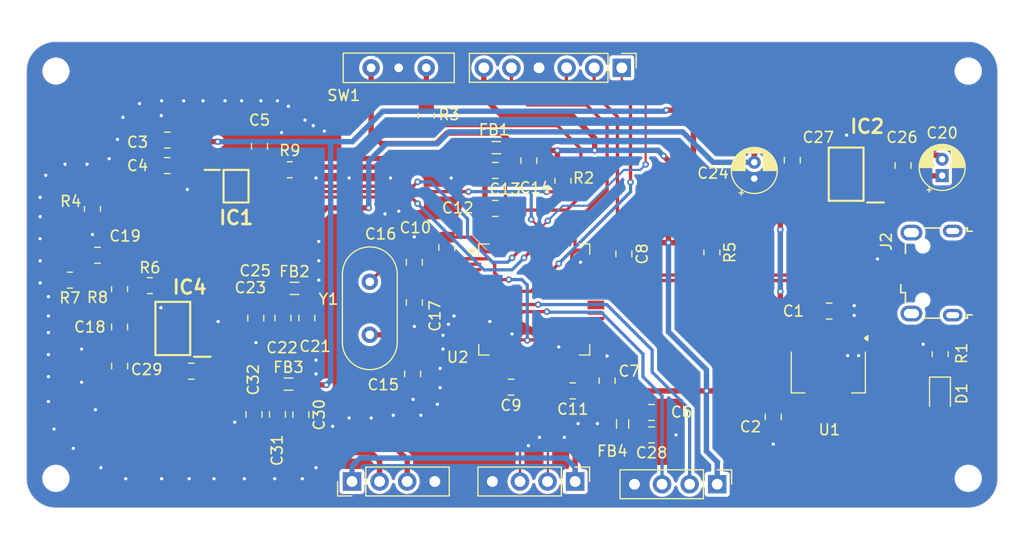
<source format=kicad_pcb>
(kicad_pcb (version 20240108) (generator "pcbnew") (generator_version "8.0")
  (layers (0 "F.Cu" signal) (31 "B.Cu" power) (34 "B.Paste" user) (35 "F.Paste" user) (36 "B.SilkS" user "B.Silkscreen") (37 "F.SilkS" user "F.Silkscreen") (38 "B.Mask" user) (39 "F.Mask" user) (44 "Edge.Cuts" user))
  (net 0 "")
  (net 1 "GND")
  (net 2 "VBUS")
  (net 3 "+3.3V")
  (net 4 "+3.3VA")
  (net 5 "/NRST")
  (net 6 "/RCC_OSC_IN")
  (net 7 "/RCC_OSC_OUT")
  (net 8 "Net-(IC4-INPUTS_2_2)")
  (net 9 "/DAC_OUT_FILTERED")
  (net 10 "Net-(C19-Pad1)")
  (net 11 "Net-(IC2-CAP+)")
  (net 12 "Net-(IC2-CAP-)")
  (net 13 "VBUS_M")
  (net 14 "VBUS_MF")
  (net 15 "/PWR_LED_K")
  (net 16 "/SPI1_NSS")
  (net 17 "/DAC_OUT")
  (net 18 "/SPI1_SCK")
  (net 20 "Net-(IC1-SPI2C)")
  (net 22 "/SPI1_MOSI")
  (net 25 "/USART2_RX")
  (net 26 "/USART2_TX")
  (net 28 "/USB_OTG_FS_D+")
  (net 33 "/USB_OTG_FS_D-")
  (net 34 "/ADC1_IN5")
  (net 35 "/ADC1_IN4")
  (net 36 "Net-(IC4-INPUTS_1_1)")
  (net 37 "/SYS_JTDO_SWO")
  (net 38 "/SYS_JTCK_SWCLK")
  (net 39 "/SYS_JTMS_SWDIO")
  (net 40 "Net-(U2-BOOT0)")
  (net 75 "/SPI1_MISO")
  (net 79 "VBUS_PF")
  (net 80 "+3.3V_F")
  (net 81 "Net-(IC1-VREFIO)")
  (net 82 "Net-(SW1-B)")
  (net 83 "Net-(C18-Pad2)")
  (footprint "Crystal:Crystal_HC49-U_Vertical" (layer "F.Cu") (at 128.9 79.4 -90)
    (property "Reference" "Y1")
    (property "Value" "Crystal")
  )
  (footprint "Connector_PinHeader_2.54mm:PinHeader_1x04_P2.54mm_Vertical" (layer "F.Cu") (at 127.264 97.79 90)
    (property "Reference" "J5" (hide yes))
    (property "Value" "Conn_01x04_Pin")
  )
  (footprint "Capacitor_SMD:C_0805_2012Metric" (layer "F.Cu") (at 118.24 91.6165 -90)
    (property "Reference" "C32")
    (property "Value" "10n")
  )
  (footprint "Connector_USB:USB_Micro-B_Wuerth_629105150521" (layer "F.Cu") (at 180.62 78.6 90)
    (property "Reference" "J2")
    (property "Value" "USB_B_Micro")
  )
  (footprint "Resistor_SMD:R_0805_2012Metric" (layer "F.Cu") (at 103.364 72.6875 -90)
    (property "Reference" "R4")
    (property "Value" "10k")
  )
  (footprint "Button_Switch_THT:SW_Slide-03_Wuerth-WS-SLTV_10x2.5x6.4_P2.54mm" (layer "F.Cu") (at 131.56 59.7 180)
    (property "Reference" "SW1")
    (property "Value" "SW_SPDT")
  )
  (footprint "Capacitor_SMD:C_0805_2012Metric" (layer "F.Cu") (at 166.05 91.85 -90)
    (property "Reference" "C2")
    (property "Value" "22u")
  )
  (footprint "Resistor_SMD:R_0805_2012Metric" (layer "F.Cu") (at 101.29 79.248)
    (property "Reference" "R7")
    (property "Value" "3k3")
  )
  (footprint "Capacitor_SMD:C_0805_2012Metric" (layer "F.Cu") (at 154.846857 93.5)
    (property "Reference" "C28")
    (property "Value" "1u")
  )
  (footprint "Capacitor_SMD:C_0805_2012Metric" (layer "F.Cu") (at 147.5948 89.447399 180)
    (property "Reference" "C11")
    (property "Value" "100n")
  )
  (footprint "Capacitor_SMD:C_0805_2012Metric" (layer "F.Cu") (at 141.9 89.1 180)
    (property "Reference" "C9")
    (property "Value" "100n")
  )
  (footprint "Capacitor_SMD:C_0805_2012Metric" (layer "F.Cu") (at 120.399 91.6165 -90)
    (property "Reference" "C31")
    (property "Value" "1u")
  )
  (footprint "Capacitor_SMD:C_0805_2012Metric" (layer "F.Cu") (at 140.4434 72.647399)
    (property "Reference" "C12")
    (property "Value" "10n")
  )
  (footprint "Connector_PinHeader_2.54mm:PinHeader_1x06_P2.54mm_Vertical" (layer "F.Cu") (at 152.1 59.7 -90)
    (property "Reference" "J4")
    (property "Value" "Conn_01x06_Pin")
  )
  (footprint "Resistor_SMD:R_0805_2012Metric" (layer "F.Cu") (at 160.4 76.7 -90)
    (property "Reference" "R5")
    (property "Value" "1k5")
  )
  (footprint "Capacitor_THT:CP_Radial_D4.0mm_P1.50mm" (layer "F.Cu") (at 181.6 69.6226 90)
    (property "Reference" "C20")
    (property "Value" "150u")
  )
  (footprint "Capacitor_SMD:C_0805_2012Metric" (layer "F.Cu") (at 154.846857 91.4375)
    (property "Reference" "C6")
    (property "Value" "1u")
  )
  (footprint "Package_QFP:LQFP-64_10x10mm_P0.5mm" (layer "F.Cu") (at 144.0434 81.035)
    (property "Reference" "U2")
    (property "Value" "STM32F401RCT6")
  )
  (footprint "Capacitor_SMD:C_0805_2012Metric" (layer "F.Cu") (at 150.749 88.519 90)
    (property "Reference" "C7")
    (property "Value" "10u")
  )
  (footprint "Resistor_SMD:R_0805_2012Metric" (layer "F.Cu") (at 146.685 70.104 -90)
    (property "Reference" "R2")
    (property "Value" "10k")
  )
  (footprint "Capacitor_SMD:C_0805_2012Metric" (layer "F.Cu") (at 112.466 87.63)
    (property "Reference" "C25")
    (property "Value" "100n")
  )
  (footprint "Capacitor_SMD:C_0805_2012Metric" (layer "F.Cu") (at 105.862 83.566 -90)
    (property "Reference" "C18")
    (property "Value" "1n")
  )
  (footprint "Capacitor_SMD:C_0805_2012Metric" (layer "F.Cu") (at 123.103 82.738 -90)
    (property "Reference" "C21")
    (property "Value" "1u")
  )
  (footprint "Connector_PinHeader_2.54mm:PinHeader_1x04_P2.54mm_Vertical" (layer "F.Cu") (at 147.808 97.79 -90)
    (property "Reference" "J3" (hide yes))
    (property "Value" "Conn_01x04_Pin")
  )
  (footprint "Capacitor_SMD:C_0805_2012Metric" (layer "F.Cu") (at 120.904 82.743 -90)
    (property "Reference" "C22")
    (property "Value" "1u")
  )
  (footprint "Capacitor_SMD:C_0805_2012Metric" (layer "F.Cu") (at 118.404 82.743 -90)
    (property "Reference" "C23")
    (property "Value" "10n")
  )
  (footprint "Capacitor_SMD:C_0805_2012Metric" (layer "F.Cu") (at 105.8672 87.1576 -90)
    (property "Reference" "C29")
    (property "Value" "1n")
  )
  (footprint "Capacitor_SMD:C_0805_2012Metric" (layer "F.Cu") (at 103.83 76.962 180)
    (property "Reference" "C19")
    (property "Value" "1n")
  )
  (footprint "MountingHole:MountingHole_2mm" (layer "F.Cu") (at 100 97.5)
    (property "Reference" "H3")
    (property "Value" "MountingHole")
  )
  (footprint "Inductor_SMD:L_0805_2012Metric" (layer "F.Cu") (at 121.415 88.8225)
    (property "Reference" "FB3")
    (property "Value" "120R")
  )
  (footprint "Resistor_SMD:R_0805_2012Metric" (layer "F.Cu") (at 121.539 69.088 180)
    (property "Reference" "R9")
    (property "Value" "1k")
  )
  (footprint "Capacitor_SMD:C_0805_2012Metric" (layer "F.Cu") (at 133 77.6 90)
    (property "Reference" "C16")
    (property "Value" "10p")
  )
  (footprint "LED_SMD:LED_0805_2012Metric" (layer "F.Cu") (at 181.4 89.8625 -90)
    (property "Reference" "D1")
    (property "Value" "LED")
  )
  (footprint "MountingHole:MountingHole_2mm" (layer "F.Cu") (at 100 60)
    (property "Reference" "H1")
    (property "Value" "MountingHole")
  )
  (footprint "SamacSys_Parts:SOIC127P600X175-8N" (layer "F.Cu") (at 172.759 69.495 180)
    (property "Reference" "IC2")
    (property "Value" "MAX660MX_NOPB" (hide yes))
  )
  (footprint "Capacitor_SMD:C_0805_2012Metric" (layer "F.Cu") (at 178 68.7 90)
    (property "Reference" "C26")
    (property "Value" "1u")
  )
  (footprint "Inductor_SMD:L_0805_2012Metric" (layer "F.Cu") (at 152.179857 92.484 90)
    (property "Reference" "FB4")
    (property "Value" "120R")
  )
  (footprint "Inductor_SMD:L_0805_2012Metric" (layer "F.Cu") (at 121.96 80.01)
    (property "Reference" "FB2")
    (property "Value" "120R")
  )
  (footprint "Capacitor_SMD:C_0805_2012Metric" (layer "F.Cu") (at 167.8 68.2 -90)
    (property "Reference" "C27")
    (property "Value" "1u")
  )
  (footprint "Capacitor_SMD:C_0805_2012Metric" (layer "F.Cu") (at 135.9948 76.247399 90)
    (property "Reference" "C10")
    (property "Value" "100n")
  )
  (footprint "Package_TO_SOT_SMD:SOT-223-3_TabPin2" (layer "F.Cu") (at 171.12 87.725 -90)
    (property "Reference" "U1")
    (property "Value" "AMS1117-3.3")
  )
  (footprint "Resistor_SMD:R_0805_2012Metric" (layer "F.Cu") (at 108.656 79.756)
    (property "Reference" "R6")
    (property "Value" "3k3")
  )
  (footprint "Capacitor_SMD:C_0805_2012Metric" (layer "F.Cu") (at 118.745 66.929 90)
    (property "Reference" "C5")
    (property "Value" "330n")
  )
  (footprint "Capacitor_SMD:C_0805_2012Metric" (layer "F.Cu") (at 132.842 87.884 -90)
    (property "Reference" "C15")
    (property "Value" "100n")
  )
  (footprint "Capacitor_SMD:C_0805_2012Metric" (layer "F.Cu") (at 171.2 82.1)
    (property "Reference" "C1")
    (property "Value" "22u")
  )
  (footprint "Resistor_SMD:R_0805_2012Metric" (layer "F.Cu") (at 134.1 64.1125 -90)
    (property "Reference" "R3")
    (property "Value" "10k")
  )
  (footprint "Capacitor_SMD:C_0805_2012Metric" (layer "F.Cu") (at 122.555 91.642 -90)
    (property "Reference" "C30")
    (property "Value" "1u")
  )
  (footprint "Capacitor_SMD:C_0805_2012Metric" (layer "F.Cu") (at 133 81.3 -90)
    (property "Reference" "C17")
    (property "Value" "10p")
  )
  (footprint "MountingHole:MountingHole_2mm" (layer "F.Cu") (at 184 97.5)
    (property "Reference" "H4")
    (property "Value" "MountingHole")
  )
  (footprint "MountingHole:MountingHole_2mm" (layer "F.Cu") (at 184 60)
    (property "Reference" "H2")
    (property "Value" "MountingHole")
  )
  (footprint "Capacitor_SMD:C_0805_2012Metric" (layer "F.Cu") (at 110.25 68.707 180)
    (property "Reference" "C4")
    (property "Value" "100n")
  )
  (footprint "Connector_PinHeader_2.54mm:PinHeader_1x04_P2.54mm_Vertical" (layer "F.Cu") (at 160.889 98.044 -90)
    (property "Reference" "J1")
    (property "Value" "Conn_01x04_Pin")
  )
  (footprint "SamacSys_Parts:SOP50P490X110-10N" (layer "F.Cu") (at 116.586 70.6)
    (property "Reference" "IC1")
    (property "Value" "DAC80501ZDGST" (hide yes))
  )
  (footprint "Inductor_SMD:L_0805_2012Metric" (layer "F.Cu") (at 140.55 67.05)
    (property "Reference" "FB1")
    (property "Value" "120R")
  )
  (footprint "Capacitor_SMD:C_0805_2012Metric" (layer "F.Cu") (at 140.45 69.15)
    (property "Reference" "C13")
    (property "Value" "1u")
  )
  (footprint "Resistor_SMD:R_0805_2012Metric" (layer "F.Cu") (at 181.42 86.0625 90)
    (property "Reference" "R1")
    (property "Value" "1k5")
  )
  (footprint "Resistor_SMD:R_0805_2012Metric" (layer "F.Cu") (at 105.862 80.08 -90)
    (property "Reference" "R8")
    (property "Value" "1k6")
  )
  (footprint "Capacitor_SMD:C_0805_2012Metric" (layer "F.Cu") (at 110.25 66.357 180)
    (property "Reference" "C3")
    (property "Value" "10u")
  )
  (footprint "Capacitor_SMD:C_0805_2012Metric" (layer "F.Cu") (at 152.2948 76.835 -90)
    (property "Reference" "C8")
    (property "Value" "100n")
  )
  (footprint "Capacitor_THT:CP_Radial_D4.0mm_P1.50mm" (layer "F.Cu") (at 164.3 69.9 90)
    (property "Reference" "C24")
    (property "Value" "150u")
  )
  (footprint "SamacSys_Parts:SOIC127P600X175-8N" (layer "F.Cu") (at 110.764 83.7 180)
    (property "Reference" "IC4")
    (property "Value" "MC33202DR2G" (hide yes))
  )
  (footprint "Capacitor_SMD:C_0805_2012Metric" (layer "F.Cu") (at 143.55 68.25 -90)
    (property "Reference" "C14")
    (property "Value" "1u")
  )
  (gr_arc (start 97.3 60) (mid 98.090812 58.090812) (end 100 57.3) (stroke (width 0.05)) (layer "Edge.Cuts"))
  (gr_arc (start 186.7 97.5) (mid 185.909188 99.409188) (end 184 100.2) (stroke (width 0.05)) (layer "Edge.Cuts"))
  (gr_line (start 184 100.2) (end 100 100.2) (stroke (width 0.05)) (layer "Edge.Cuts"))
  (gr_line (start 97.3 60) (end 97.298149 97.5) (stroke (width 0.05)) (layer "Edge.Cuts"))
  (gr_arc (start 100 100.201851) (mid 98.089503 99.410497) (end 97.298149 97.5) (stroke (width 0.05)) (layer "Edge.Cuts"))
  (gr_line (start 186.7 60) (end 186.7 97.5) (stroke (width 0.05)) (layer "Edge.Cuts"))
  (gr_line (start 100 57.3) (end 184 57.3) (stroke (width 0.05)) (layer "Edge.Cuts"))
  (gr_arc (start 184 57.3) (mid 185.909188 58.090812) (end 186.7 60) (stroke (width 0.05)) (layer "Edge.Cuts"))
  (segment (start 120.399 92.5665) (end 122.5295 92.5665) (width 0.5) (layer "F.Cu") (net 1))
  (segment (start 155.796857 93.5) (end 157.1 93.5) (width 0.5) (layer "F.Cu") (net 1))
  (segment (start 123.098 83.693) (end 123.103 83.688) (width 0.5) (layer "F.Cu") (net 1))
  (segment (start 148.485 77.785) (end 148.3 77.6) (width 0.3) (layer "F.Cu") (net 1))
  (segment (start 118.404 83.693) (end 120.904 83.693) (width 0.5) (layer "F.Cu") (net 1))
  (segment (start 141.678106 84.2) (end 140.7934 85.084706) (width 0.3) (layer "F.Cu") (net 1))
  (segment (start 118.745 65.979) (end 120.457 65.979) (width 0.5) (layer "F.Cu") (net 1))
  (segment (start 102.88 77.47) (end 102.88 76.388) (width 0.3) (layer "F.Cu") (net 1))
  (segment (start 150.749 87.569) (end 150.749 86.233) (width 0.5) (layer "F.Cu") (net 1))
  (segment (start 133 75.271749) (end 132.9931 75.264849) (width 0.3) (layer "F.Cu") (net 1))
  (segment (start 103.364 73.6) (end 103.364 75.05) (width 0.5) (layer "F.Cu") (net 1))
  (segment (start 109.664 81.788) (end 108.059 81.788) (width 0.5) (layer "F.Cu") (net 1))
  (segment (start 135.9948 75.297399) (end 133.02565 75.297399) (width 0.3) (layer "F.Cu") (net 1))
  (segment (start 139.5948 76.647399) (end 140.3948 76.647399) (width 0.3) (layer "F.Cu") (net 1))
  (segment (start 140.7934 85.084706) (end 140.7934 86.71) (width 0.3) (layer "F.Cu") (net 1))
  (segment (start 178.72 77.3) (end 175.65 77.3) (width 0.3) (layer "F.Cu") (net 1))
  (segment (start 102.88 76.388) (end 103.364 75.904) (width 0.3) (layer "F.Cu") (net 1))
  (segment (start 149.7184 77.785) (end 152.1434 77.785) (width 0.3) (layer "F.Cu") (net 1))
  (segment (start 179.85 85.15) (end 181.42 85.15) (width 0.5) (layer "F.Cu") (net 1))
  (segment (start 155.8 95.2) (end 155.796857 95.196857) (width 0.5) (layer "F.Cu") (net 1))
  (segment (start 155.796857 91.4375) (end 155.796857 93.5) (width 0.5) (layer "F.Cu") (net 1))
  (segment (start 139.446 96.266) (end 140.188 97.008) (width 0.3) (layer "F.Cu") (net 1))
  (segment (start 149.7184 77.785) (end 148.485 77.785) (width 0.3) (layer "F.Cu") (net 1))
  (segment (start 170.048 68.86) (end 172.8 68.86) (width 0.5) (layer "F.Cu") (net 1))
  (segment (start 140.3948 76.647399) (end 140.7934 76.248799) (width 0.3) (layer "F.Cu") (net 1))
  (segment (start 140.7934 75.36) (end 140.7934 73.247399) (width 0.3) (layer "F.Cu") (net 1))
  (segment (start 153.269 96.031) (end 153.8 95.5) (width 0.5) (layer "F.Cu") (net 1))
  (segment (start 155.5 95.5) (end 155.8 95.2) (width 0.5) (layer "F.Cu") (net 1))
  (segment (start 140.188 97.008) (end 140.188 97.79) (width 0.3) (layer "F.Cu") (net 1))
  (segment (start 103.364 75.904) (end 103.364 75.05) (width 0.3) (layer "F.Cu") (net 1))
  (segment (start 164.3 69.9) (end 167.05 69.9) (width 0.5) (layer "F.Cu") (net 1))
  (segment (start 118.404 83.693) (end 118.404 84.99741) (width 0.5) (layer "F.Cu") (net 1))
  (segment (start 133 83.507022) (end 133.004533 83.511555) (width 0.3) (layer "F.Cu") (net 1))
  (segment (start 140.7934 86.71) (end 140.7934 88.9434) (width 0.3) (layer "F.Cu") (net 1))
  (segment (start 138.3684 82.785) (end 137.49028 82.785) (width 0.3) (layer "F.Cu") (net 1))
  (segment (start 136.398 93.218) (end 136.398 96.266) (width 0.3) (layer "F.Cu") (net 1))
  (segment (start 146.86152 85.4) (end 147.2934 85.83188) (width 0.3) (layer "F.Cu") (net 1))
  (segment (start 147.2934 86.71) (end 147.2934 87.764829) (width 0.3) (layer "F.Cu") (net 1))
  (segment (start 138.2448 75.297399) (end 139.5948 76.647399) (width 0.3) (layer "F.Cu") (net 1))
  (segment (start 155.796857 95.196857) (end 155.796857 93.5) (width 0.5) (layer "F.Cu") (net 1))
  (segment (start 120.457 65.979) (end 120.777 65.659) (width 0.5) (layer "F.Cu") (net 1))
  (segment (start 147.2934 85.83188) (end 147.2934 86.71) (width 0.3) (layer "F.Cu") (net 1))
  (segment (start 122.5295 92.5665) (end 122.555 92.592) (width 0.5) (layer "F.Cu") (net 1))
  (segment (start 140.7934 76.248799) (end 140.7934 75.36) (width 0.3) (layer "F.Cu") (net 1))
  (segment (start 141.3934 72.647399) (end 141.3934 69.1566) (width 0.3) (layer "F.Cu") (net 1))
  (segment (start 114.935 83.058) (end 113.483 83.058) (width 0.5) (layer "F.Cu") (net 1))
  (segment (start 118.24 92.5665) (end 120.399 92.5665) (width 0.5) (layer "F.Cu") (net 1))
  (segment (start 172.8 68.86) (end 172.8 65.9) (width 0.5) (layer "F.Cu") (net 1))
  (segment (start 141.3934 69.1566) (end 141.4 69.15) (width 0.3) (layer "F.Cu") (net 1))
  (segment (start 167.8 69.15) (end 168.09 68.86) (width 0.5) (layer "F.Cu") (net 1))
  (segment (start 118.404 84.99741) (end 118.411992 85.005402) (width 0.5) (layer "F.Cu") (net 1))
  (segment (start 175.47 68.86) (end 172.8 68.86) (width 0.5) (layer "F.Cu") (net 1))
  (segment (start 133 76.65) (end 133 75.271749) (width 0.3) (layer "F.Cu") (net 1))
  (segment (start 136.398 96.276) (end 136.398 93.218) (width 0.3) (layer "F.Cu") (net 1))
  (segment (start 132.842 88.834) (end 132.842 90.178616) (width 0.3) (layer "F.Cu") (net 1))
  (segment (start 136.398 83.87728) (end 136.398 93.218) (width 0.3) (layer "F.Cu") (net 1))
  (segment (start 109.3 66.357) (end 109.3 64.507) (width 0.5) (layer "F.Cu") (net 1))
  (segment (start 135.9948 75.297399) (end 138.2448 75.297399) (width 0.3) (layer "F.Cu") (net 1))
  (segment (start 120.904 83.693) (end 123.098 83.693) (width 0.5) (layer "F.Cu") (net 1))
  (segment (start 114.386 71.1) (end 112.3 71.1) (width 0.3) (layer "F.Cu") (net 1))
  (segment (start 147.2934 87.764829) (end 146.6448 88.413429) (width 0.3) (layer "F.Cu") (net 1))
  (segment (start 141.4 69.15) (end 143.5 69.15) (width 0.5) (layer "F.Cu") (net 1))
  (segment (start 133 82.25) (end 133 83.507022) (width 0.3) (layer "F.Cu") (net 1))
  (segment (start 146.6448 88.413429) (end 146.6448 89.035) (width 0.3) (layer "F.Cu") (net 1))
  (segment (start 168.09 68.86) (end 170.048 68.86) (width 0.5) (layer "F.Cu") (net 1))
  (segment (start 142 84.2) (end 141.678106 84.2) (width 0.3) (layer "F.Cu") (net 1))
  (segment (start 166.05 92.8) (end 166.05 94.35) (width 0.5) (layer "F.Cu") (net 1))
  (segment (start 118.24 92.5665) (end 116.6965 92.5665) (width 0.5) (layer "F.Cu") (net 1))
  (segment (start 140.7934 73.247399) (end 141.3934 72.647399) (width 0.3) (layer "F.Cu") (net 1))
  (segment (start 146.3 85.4) (end 146.86152 85.4) (width 0.3) (layer "F.Cu") (net 1))
  (segment (start 153.8 95.5) (end 155.5 95.5) (width 0.5) (layer "F.Cu") (net 1))
  (segment (start 136.398 96.266) (end 139.446 96.266) (width 0.3) (layer "F.Cu") (net 1))
  (segment (start 140.7934 88.9434) (end 140.95 89.1) (width 0.3) (layer "F.Cu") (net 1))
  (segment (start 167.05 69.9) (end 167.8 69.15) (width 0.5) (layer "F.Cu") (net 1))
  (segment (start 153.269 98.044) (end 153.269 96.031) (width 0.5) (layer "F.Cu") (net 1))
  (segment (start 137.49028 82.785) (end 136.398 83.87728) (width 0.3) (layer "F.Cu") (net 1))
  (segment (start 132.842 90.178616) (end 132.890733 90.227349) (width 0.3) (layer "F.Cu") (net 1))
  (segment (start 133.02565 75.297399) (end 132.9931 75.264849) (width 0.3) (layer "F.Cu") (net 1))
  (segment (start 113.483 83.058) (end 113.476 83.065) (width 0.5) (layer "F.Cu") (net 1))
  (segment (start 116.6965 92.5665) (end 116.459 92.329) (width 0.5) (layer "F.Cu") (net 1))
  (segment (start 134.884 97.79) (end 136.398 96.276) (width 0.3) (layer "F.Cu") (net 1))
  (segment (start 143.5 69.15) (end 143.55 69.2) (width 0.5) (layer "F.Cu") (net 1))
  (segment (start 112.3 71.1) (end 112.1 70.9) (width 0.3) (layer "F.Cu") (net 1))
  (segment (start 109.3 68.707) (end 109.3 66.357) (width 0.5) (layer "F.Cu") (net 1))
  (segment (start 109.3 64.507) (end 109.65 64.157) (width 0.5) (layer "F.Cu") (net 1))
  (segment (start 108.059 81.788) (end 108.052 81.795) (width 0.5) (layer "F.Cu") (net 1))
  (via (at 150.749 86.233) (size 0.6) (drill 0.3) (layers "F.Cu" "B.Cu") (net 1))
  (via (at 175.65 77.3) (size 0.6) (drill 0.3) (layers "F.Cu" "B.Cu") (net 1))
  (via (at 113.538 62.738) (size 0.6) (drill 0.3) (layers "F.Cu" "B.Cu") (net 1))
  (via (at 133.604 91.694) (size 0.6) (drill 0.3) (layers "F.Cu" "B.Cu") (net 1))
  (via (at 146.812 93.726) (size 0.6) (drill 0.3) (layers "F.Cu" "B.Cu") (net 1))
  (via (at 122.936 64.516) (size 0.6) (drill 0.3) (layers "F.Cu" "B.Cu") (net 1))
  (via (at 124.206 79.248) (size 0.6) (drill 0.3) (layers "F.Cu" "B.Cu") (net 1))
  (via (at 130.81 69.85) (size 0.6) (drill 0.3) (layers "F.Cu" "B.Cu") (net 1))
  (via (at 173.5 82.5) (size 0.6) (drill 0.3) (layers "F.Cu" "B.Cu") (net 1))
  (via (at 98.552 73.406) (size 0.6) (drill 0.3) (layers "F.Cu" "B.Cu") (net 1))
  (via (at 124.206 75.692) (size 0.6) (drill 0.3) (layers "F.Cu" "B.Cu") (net 1))
  (via (at 98.552 77.47) (size 0.6) (drill 0.3) (layers "F.Cu" "B.Cu") (net 1))
  (via (at 99.314 84.074) (size 0.6) (drill 0.3) (layers "F.Cu" "B.Cu") (net 1))
  (via (at 103.632 91.186) (size 0.6) (drill 0.3) (layers "F.Cu" "B.Cu") (net 1))
  (via (at 173.9 86.2) (size 0.6) (drill 0.3) (layers "F.Cu" "B.Cu") (net 1))
  (via (at 148.082 92.456) (size 0.6) (drill 0.3) (layers "F.Cu" "B.Cu") (net 1))
  (via (at 148.3 77.6) (size 0.6) (drill 0.3) (layers "F.Cu" "B.Cu") (net 1))
  (via (at 123.952 86.614) (size 0.6) (drill 0.3) (layers "F.Cu" "B.Cu") (net 1))
  (via (at 99.314 80.772) (size 0.6) (drill 0.3) (layers "F.Cu" "B.Cu") (net 1))
  (via (at 102.362 88.646) (size 0.6) (drill 0.3) (layers "F.Cu" "B.Cu") (net 1))
  (via (at 98.552 75.438) (size 0.6) (drill 0.3) (layers "F.Cu" "B.Cu") (net 1))
  (via (at 112.268 97.536) (size 0.6) (drill 0.3) (layers "F.Cu" "B.Cu") (net 1))
  (via (at 135.382 87.376) (size 0.6) (drill 0.3) (layers "F.Cu" "B.Cu") (net 1))
  (via (at 127 91.948) (size 0.6) (drill 0.3) (layers "F.Cu" "B.Cu") (net 1))
  (via (at 109.728 97.536) (size 0.6) (drill 0.3) (layers "F.Cu" "B.Cu") (net 1))
  (via (at 146.3 85.4) (size 0.6) (drill 0.3) (layers "F.Cu" "B.Cu") (net 1))
  (via (at 127 69.85) (size 0.6) (drill 0.3) (layers "F.Cu" "B.Cu") (net 1))
  (via (at 133.004533 83.511555) (size 0.6) (drill 0.3) (layers "F.Cu" "B.Cu") (net 1))
  (via (at 139.954 83.058) (size 0.6) (drill 0.3) (layers "F.Cu" "B.Cu") (net 1))
  (via (at 121.412 63.246) (size 0.6) (drill 0.3) (layers "F.Cu" "B.Cu") (net 1))
  (via (at 98.552 71.628) (size 0.6) (drill 0.3) (layers "F.Cu" "B.Cu") (net 1))
  (via (at 117.348 97.536) (size 0.6) (drill 0.3) (layers "F.Cu" "B.Cu") (net 1))
  (via (at 117.094 62.738) (size 0.6) (drill 0.3) (layers "F.Cu" "B.Cu") (net 1))
  (via (at 144.526 93.726) (size 0.6) (drill 0.3) (layers "F.Cu" "B.Cu") (net 1))
  (via (at 99.314 82.55) (size 0.6) (drill 0.3) (layers "F.Cu" "B.Cu") (net 1))
  (via (at 123.698 65.024) (size 0.6) (drill 0.3) (layers "F.Cu" "B.Cu") (net 1))
  (via (at 99.06 69.596) (size 0.6) (drill 0.3) (layers "F.Cu" "B.Cu") (net 1))
  (via (at 123.952 69.85) (size 0.6) (drill 0.3) (layers "F.Cu" "B.Cu") (net 1))
  (via (at 131.064 91.694) (size 0.6) (drill 0.3) (layers "F.Cu" "B.Cu") (net 1))
  (via (at 135.636 85.598) (size 0.6) (drill 0.3) (layers "F.Cu" "B.Cu") (net 1))
  (via (at 99.314 90.424) (size 0.6) (drill 0.3) (layers "F.Cu" "B.Cu") (net 1))
  (via (at 103.364 75.05) (size 0.6) (drill 0.3) (layers "F.Cu" "B.Cu") (net 1))
  (via (at 104.14 96.52) (size 0.6) (drill 0.3) (layers "F.Cu" "B.Cu") (net 1))
  (via (at 102.362 85.598) (size 0.6) (drill 0.3) (layers "F.Cu" "B.Cu") (net 1))
  (via (at 172.9 86.2) (size 0.6) (drill 0.3) (layers "F.Cu" "B.Cu") (net 1))
  (via (at 109.664 81.788) (size 0.6) (drill 0.3) (layers "F.Cu" "B.Cu") (net 1))
  (via (at 132.9931 75.264849) (size 0.6) (drill 0.3) (layers "F.Cu" "B.Cu") (net 1))
  (via (at 104.902 68.072) (size 0.6) (drill 0.3) (layers "F.Cu" "B.Cu") (net 1))
  (via (at 99.314 86.106) (size 0.6) (drill 0.3) (layers "F.Cu" "B.Cu") (net 1))
  (via (at 99.314 88.138) (size 0.6) (drill 0.3) (layers "F.Cu" "B.Cu") (net 1))
  (via (at 114.554 97.536) (size 0.6) (drill 0.3) (layers "F.Cu" "B.Cu") (net 1))
  (via (at 102.87 68.58) (size 0.6) (drill 0.3) (layers "F.Cu" "B.Cu") (net 1))
  (via (at 114.935 83.058) (size 0.6) (drill 0.3) (layers "F.Cu" "B.Cu") (net 1))
  (via (at 136.144 83.312) (size 0.6) (drill 0.3) (layers "F.Cu" "B.Cu") (net 1))
  (via (at 136.652 82.55) (size 0.6) (drill 0.3) (layers "F.Cu" "B.Cu") (net 1))
  (via (at 115.57 62.738) (size 0.6) (drill 0.3) (layers "F.Cu" "B.Cu") (net 1))
  (via (at 118.872 62.738) (size 0.6) (drill 0.3) (layers "F.Cu" "B.Cu") (net 1))
  (via (at 111.76 62.738) (size 0.6) (drill 0.3) (layers "F.Cu" "B.Cu") (net 1))
  (via (at 124.206 77.47) (size 0.6) (drill 0.3) (layers "F.Cu" "B.Cu") (net 1))
  (via (at 157.1 93.5) (size 0.6) (drill 0.3) (layers "F.Cu" "B.Cu") (net 1))
  (via (at 172.8 65.9) (size 0.6) (drill 0.3) (layers "F.Cu" "B.Cu") (net 1))
  (via (at 116.459 92.329) (size 0.6) (drill 0.3) (layers "F.Cu" "B.Cu") (net 1))
  (via (at 101.6 94.742) (size 0.6) (drill 0.3) (layers "F.Cu" "B.Cu") (net 1))
  (via (at 149.86 92.456) (size 0.6) (drill 0.3) (layers "F.Cu" "B.Cu") (net 1))
  (via (at 109.7 64.1) (size 0.6) (drill 0.3) (layers "F.Cu" "B.Cu") (net 1))
  (via (at 120.142 97.536) (size 0.6) (drill 0.3) (layers "F.Cu" "B.Cu") (net 1))
  (via (at 124.714 65.532) (size 0.6) (drill 0.3) (layers "F.Cu" "B.Cu") (net 1))
  (via (at 135.636 84.328) (size 0.6) (drill 0.3) (layers "F.Cu" "B.Cu") (net 1))
  (via (at 132.890733 90.227349) (size 0.6) (drill 0.3) (layers "F.Cu" "B.Cu") (net 1))
  (via (at 136.398 69.85) (size 0.6) (drill 0.3) (layers "F.Cu" "B.Cu") (net 1))
  (via (at 118.411992 85.005402) (size 0.6) (drill 0.3) (layers "F.Cu" "B.Cu") (net 1))
  (via (at 135.382 89.154) (size 0.6) (drill 0.3) (layers "F.Cu" "B.Cu") (net 1))
  (via (at 179.85 85.15) (size 0.6) (drill 0.3) (layers "F.Cu" "B.Cu") (net 1))
  (via (at 125.476 92.71) (size 0.6) (drill 0.3) (layers "F.Cu" "B.Cu") (net 1))
  (via (at 99.822 92.964) (size 0.6) (drill 0.3) (layers "F.Cu" "B.Cu") (net 1))
  (via (at 166.05 94.35) (size 0.6) (drill 0.3) (layers "F.Cu" "B.Cu") (net 1))
  (via (at 107.696 62.992) (size 0.6) (drill 0.3) (layers "F.Cu" "B.Cu") (net 1))
  (via (at 123.952 87.884) (size 0.6) (drill 0.3) (layers "F.Cu" "B.Cu") (net 1))
  (via (at 98.552 79.502) (size 0.6) (drill 0.3) (layers "F.Cu" "B.Cu") (net 1))
  (via (at 130.302 73.152) (size 0.6) (drill 0.3) (layers "F.Cu" "B.Cu") (net 1))
  (via (at 142 84.2) (size 0.6) (drill 0.3) (layers "F.Cu" "B.Cu") (net 1))
  (via (at 173.5 81.6) (size 0.6) (drill 0.3) (layers "F.Cu" "B.Cu") (net 1))
  (via (at 131.572 72.898) (size 0.6) (drill 0.3) (layers "F.Cu" "B.Cu") (net 1))
  (via (at 129.032 91.948) (size 0.6) (drill 0.3) (layers "F.Cu" "B.Cu") (net 1))
  (via (at 109.728 62.738) (size 0.6) (drill 0.3) (layers "F.Cu" "B.Cu") (net 1))
  (via (at 105.664 66.294) (size 0.6) (drill 0.3) (layers "F.Cu" "B.Cu") (net 1))
  (via (at 135.128 90.678) (size 0.6) (drill 0.3) (layers "F.Cu" "B.Cu") (net 1))
  (via (at 120.777 65.659) (size 0.6) (drill 0.3) (layers "F.Cu" "B.Cu") (net 1))
  (via (at 143.51 94.488) (size 0.6) (drill 0.3) (layers "F.Cu" "B.Cu") (net 1))
  (via (at 100.838 68.58) (size 0.6) (drill 0.3) (layers "F.Cu" "B.Cu") (net 1))
  (via (at 123.952 96.52) (size 0.6) (drill 0.3) (layers "F.Cu" "B.Cu") (net 1))
  (via (at 112.1 70.9) (size 0.6) (drill 0.3) (layers "F.Cu" "B.Cu") (net 1))
  (via (at 122.682 97.536) (size 0.6) (drill 0.3) (layers "F.Cu" "B.Cu") (net 1))
  (via (at 106.172 64.262) (size 0.6) (drill 0.3) (layers "F.Cu" "B.Cu") (net 1))
  (via (at 106.426 97.536) (size 0.6) (drill 0.3) (layers "F.Cu" "B.Cu") (net 1))
  (via (at 120.396 62.738) (size 0.6) (drill 0.3) (layers "F.Cu" "B.Cu") (net 1))
  (segment (start 170.25 82.1) (end 167 82.1) (width 0.5) (layer "F.Cu") (net 2))
  (segment (start 167 82.1) (end 166.7 81.8) (width 0.5) (layer "F.Cu") (net 2))
  (segment (start 166.7 72.5) (end 160.6 72.5) (width 0.5) (layer "F.Cu") (net 2))
  (segment (start 124.9 88.9) (end 122.555 88.9) (width 0.5) (layer "F.Cu") (net 2))
  (segment (start 166.7 72.5) (end 167.8 71.4) (width 0.5) (layer "F.Cu") (net 2))
  (segment (start 111.343 66.5) (end 114.9 66.5) (width 0.5) (layer "F.Cu") (net 2))
  (segment (start 157.5 63.6) (end 156.2 63.6) (width 0.5) (layer "F.Cu") (net 2))
  (segment (start 112.207 68.707) (end 111.2 68.707) (width 0.3) (layer "F.Cu") (net 2))
  (segment (start 167.8 71.4) (end 170.048 71.4) (width 0.5) (layer "F.Cu") (net 2))
  (segment (start 166.7 81.4) (end 166.7 80.3) (width 0.5) (layer "F.Cu") (net 2))
  (segment (start 166.7 81.8) (end 166.7 81.4) (width 0.5) (layer "F.Cu") (net 2))
  (segment (start 111.2 68.707) (end 111.2 66.357) (width 0.5) (layer "F.Cu") (net 2))
  (segment (start 158.7 70.6) (end 158.7 64.8) (width 0.5) (layer "F.Cu") (net 2))
  (segment (start 160.6 72.5) (end 158.7 70.6) (width 0.5) (layer "F.Cu") (net 2))
  (segment (start 111.2 66.357) (end 111.343 66.5) (width 0.5) (layer "F.Cu") (net 2))
  (segment (start 157.7 63.8) (end 157.5 63.6) (width 0.5) (layer "F.Cu") (net 2))
  (segment (start 122.555 88.9) (end 122.4775 88.8225) (width 0.5) (layer "F.Cu") (net 2))
  (segment (start 122.555 90.692) (end 122.555 88.9) (width 0.5) (layer "F.Cu") (net 2))
  (segment (start 113.1 69.6) (end 112.207 68.707) (width 0.3) (layer "F.Cu") (net 2))
  (segment (start 158.7 64.8) (end 157.7 63.8) (width 0.5) (layer "F.Cu") (net 2))
  (segment (start 114.386 69.6) (end 113.1 69.6) (width 0.3) (layer "F.Cu") (net 2))
  (segment (start 166.7 74.6) (end 166.7 72.5) (width 0.5) (layer "F.Cu") (net 2))
  (via (at 166.7 80.3) (size 0.6) (drill 0.3) (layers "F.Cu" "B.Cu") (net 2))
  (via (at 124.9 88.9) (size 0.6) (drill 0.3) (layers "F.Cu" "B.Cu") (net 2))
  (via (at 114.9 66.5) (size 0.6) (drill 0.3) (layers "F.Cu" "B.Cu") (net 2))
  (via (at 166.7 74.6) (size 0.6) (drill 0.3) (layers "F.Cu" "B.Cu") (net 2))
  (via (at 156.2 63.6) (size 0.6) (drill 0.3) (layers "F.Cu" "B.Cu") (net 2))
  (segment (start 166.7 80.3) (end 166.7 80) (width 0.5) (layer "B.Cu") (net 2))
  (segment (start 127.3 66.5) (end 126.1 66.5) (width 0.5) (layer "B.Cu") (net 2))
  (segment (start 126.1 66.5) (end 114.9 66.5) (width 0.5) (layer "B.Cu") (net 2))
  (segment (start 125.3 66.5) (end 125.3 88.5) (width 0.5) (layer "B.Cu") (net 2))
  (segment (start 166.7 80) (end 166.7 74.6) (width 0.5) (layer "B.Cu") (net 2))
  (segment (start 125.3 88.5) (end 124.9 88.9) (width 0.5) (layer "B.Cu") (net 2))
  (segment (start 126.1 66.5) (end 125.3 66.5) (width 0.5) (layer "B.Cu") (net 2))
  (segment (start 156.2 63.6) (end 156.1 63.7) (width 0.5) (layer "B.Cu") (net 2))
  (segment (start 130.1 63.7) (end 127.3 66.5) (width 0.5) (layer "B.Cu") (net 2))
  (segment (start 156.1 63.7) (end 130.1 63.7) (width 0.5) (layer "B.Cu") (net 2))
  (segment (start 156.4 68.262) (end 156.4 75.8) (width 0.5) (layer "F.Cu") (net 3))
  (segment (start 148.547401 89.45) (end 148.5448 89.447399) (width 0.5) (layer "F.Cu") (net 3))
  (segment (start 171.12 90.875) (end 162.975 90.875) (width 0.5) (layer "F.Cu") (net 3))
  (segment (start 146.177 67.31) (end 143.56 67.31) (width 0.5) (layer "F.Cu") (net 3))
  (segment (start 153.896857 91.4375) (end 153.896857 89.453143) (width 0.5) (layer "F.Cu") (net 3))
  (segment (start 140.4 77.8) (end 139.885 77.285) (width 0.3) (layer "F.Cu") (net 3))
  (segment (start 141.6125 67.05) (end 141.6125 66.3125) (width 0.5) (layer "F.Cu") (net 3))
  (segment (start 141.7 79.2) (end 141 79.2) (width 0.3) (layer "F.Cu") (net 3))
  (segment (start 142.37528 84.75) (end 143.35 84.75) (width 0.3) (layer "F.Cu") (net 3))
  (segment (start 143.45 84.75) (end 146.95 84.75) (width 0.3) (layer "F.Cu") (net 3))
  (segment (start 141.2934 86.71) (end 141.2934 85.83188) (width 0.3) (layer "F.Cu") (net 3))
  (segment (start 129.021552 65.721552) (end 129.021552 59.701552) (width 0.5) (layer "F.Cu") (net 3))
  (segment (start 135.025 66.675) (end 129.975 66.675) (width 0.5) (layer "F.Cu") (net 3))
  (segment (start 136 65.7) (end 135.025 66.675) (width 0.5) (layer "F.Cu") (net 3))
  (segment (start 141.6125 66.3125) (end 141 65.7) (width 0.5) (layer "F.Cu") (net 3))
  (segment (start 147.439 64) (end 140.962 64) (width 0.5) (layer "F.Cu") (net 3))
  (segment (start 150.5 89.45) (end 148.547401 89.45) (width 0.5) (layer "F.Cu") (net 3))
  (segment (start 156.4 75.8) (end 160.3875 75.8) (width 0.5) (layer "F.Cu") (net 3))
  (segment (start 150.5 89.45) (end 153.9 89.45) (width 0.5) (layer "F.Cu") (net 3))
  (segment (start 141 65.7) (end 136 65.7) (width 0.5) (layer "F.Cu") (net 3))
  (segment (start 149.7184 77.285) (end 150.857199 77.285) (width 0.3) (layer "F.Cu") (net 3))
  (segment (start 153.896857 89.453143) (end 153.9 89.45) (width 0.5) (layer "F.Cu") (net 3))
  (segment (start 147.7934 87.745999) (end 148.5448 88.497399) (width 0.3) (layer "F.Cu") (net 3))
  (segment (start 140.962 64) (end 139.4 62.438) (width 0.5) (layer "F.Cu") (net 3))
  (segment (start 146.177 68.6835) (end 146.685 69.1915) (width 0.5) (layer "F.Cu") (net 3))
  (segment (start 139.885 77.285) (end 138.3684 77.285) (width 0.3) (layer "F.Cu") (net 3))
  (segment (start 143.56 67.31) (end 143.55 67.3) (width 0.5) (layer "F.Cu") (net 3))
  (segment (start 136.082401 77.285) (end 135.9948 77.197399) (width 0.3) (layer "F.Cu") (net 3))
  (segment (start 171.195 90.8) (end 171.12 90.875) (width 0.5) (layer "F.Cu") (net 3))
  (segment (start 146.177 67.31) (end 146.177 68.6835) (width 0.5) (layer "F.Cu") (net 3))
  (segment (start 152.179857 91.4215) (end 153.880857 91.4215) (width 0.5) (layer "F.Cu") (net 3))
  (segment (start 141.2934 87.58812) (end 141.60528 87.9) (width 0.3) (layer "F.Cu") (net 3))
  (segment (start 139.4 62.438) (end 139.4 59.7) (width 0.5) (layer "F.Cu") (net 3))
  (segment (start 153.880857 91.4215) (end 153.896857 91.4375) (width 0.5) (layer "F.Cu") (net 3))
  (segment (start 140.4 78.6) (end 140.4 77.8) (width 0.3) (layer "F.Cu") (net 3))
  (segment (start 142.85 88.25) (end 142.85 89.1) (width 0.3) (layer "F.Cu") (net 3))
  (segment (start 129.975 66.675) (end 129.021552 65.721552) (width 0.5) (layer "F.Cu") (net 3))
  (segment (start 141 79.2) (end 140.4 78.6) (width 0.3) (layer "F.Cu") (net 3))
  (segment (start 160.3875 75.8) (end 160.4 75.7875) (width 0.5) (layer "F.Cu") (net 3))
  (segment (start 143.3 67.05) (end 143.55 67.3) (width 0.5) (layer "F.Cu") (net 3))
  (segment (start 143.35 84.75) (end 143.4 84.8) (width 0.3) (layer "F.Cu") (net 3))
  (segment (start 141.6125 67.05) (end 143.3 67.05) (width 0.5) (layer "F.Cu") (net 3))
  (segment (start 155.956 67.818) (end 156.4 68.262) (width 0.5) (layer "F.Cu") (net 3))
  (segment (start 138.3684 77.285) (end 136.082401 77.285) (width 0.3) (layer "F.Cu") (net 3))
  (segment (start 141.2934 86.71) (end 141.2934 87.58812) (width 0.3) (layer "F.Cu") (net 3))
  (segment (start 156.4 75.8) (end 152.3798 75.8) (width 0.5) (layer "F.Cu") (net 3))
  (segment (start 162.975 90.875) (end 161.55 89.45) (width 0.5) (layer "F.Cu") (net 3))
  (segment (start 147.7934 86.71) (end 147.7934 87.745999) (width 0.3) (layer "F.Cu") (net 3))
  (segment (start 147.7934 85.5934) (end 147.7934 86.71) (width 0.3) (layer "F.Cu") (net 3))
  (segment (start 181.4 90.8) (end 171.195 90.8) (width 0.5) (layer "F.Cu") (net 3))
  (segment (start 161.55 89.45) (end 153.9 89.45) (width 0.5) (layer "F.Cu") (net 3))
  (segment (start 150.857199 77.285) (end 152.1434 75.998799) (width 0.3) (layer "F.Cu") (net 3))
  (segment (start 149.606 66.167) (end 147.439 64) (width 0.5) (layer "F.Cu") (net 3))
  (segment (start 149.606 67.31) (end 149.606 66.167) (width 0.5) (layer "F.Cu") (net 3))
  (segment (start 181.4 90.8) (end 181.3 90.9) (width 0.5) (layer "F.Cu") (net 3))
  (segment (start 141.60528 87.9) (end 142.5 87.9) (width 0.3) (layer "F.Cu") (net 3))
  (segment (start 146.95 84.75) (end 147.7934 85.5934) (width 0.3) (layer "F.Cu") (net 3))
  (segment (start 152.1434 75.998799) (end 152.1434 75.885) (width 0.3) (layer "F.Cu") (net 3))
  (segment (start 141.2934 85.83188) (end 142.37528 84.75) (width 0.3) (layer "F.Cu") (net 3))
  (segment (start 143.4 84.8) (end 143.45 84.75) (width 0.3) (layer "F.Cu") (net 3))
  (segment (start 152.3798 75.8) (end 152.2948 75.885) (width 0.5) (layer "F.Cu") (net 3))
  (segment (start 148.5448 88.497399) (end 148.5448 89.035) (width 0.3) (layer "F.Cu") (net 3))
  (segment (start 142.5 87.9) (end 142.85 88.25) (width 0.3) (layer "F.Cu") (net 3))
  (via (at 149.606 67.31) (size 0.6) (drill 0.3) (layers "F.Cu" "B.Cu") (net 3))
  (via (at 156.4 75.8) (size 0.6) (drill 0.3) (layers "F.Cu" "B.Cu") (net 3))
  (via (at 146.177 67.31) (size 0.6) (drill 0.3) (layers "F.Cu" "B.Cu") (net 3))
  (via (at 143.4 84.8) (size 0.6) (drill 0.3) (layers "F.Cu" "B.Cu") (net 3))
  (via (at 141.7 79.2) (size 0.6) (drill 0.3) (layers "F.Cu" "B.Cu") (net 3))
  (via (at 159.9 89.45) (size 0.6) (drill 0.3) (layers "F.Cu" "B.Cu") (net 3))
  (via (at 155.956 67.818) (size 0.6) (drill 0.3) (layers "F.Cu" "B.Cu") (net 3))
  (segment (start 156.4 84.01) (end 156.4 75.8) (width 0.5) (layer "B.Cu") (net 3))
  (segment (start 142.9 79.2) (end 141.7 79.2) (width 0.3) (layer "B.Cu") (net 3))
  (segment (start 159.893 89.457) (end 159.893 94.996) (width 0.5) (layer "B.Cu") (net 3))
  (segment (start 149.606 67.31) (end 146.177 67.31) (width 0.5) (layer "B.Cu") (net 3))
  (segment (start 143.4 79.7) (end 142.9 79.2) (width 0.3) (layer "B.Cu") (net 3))
  (segment (start 149.616 67.3) (end 149.606 67.31) (width 0.5) (layer "B.Cu") (net 3))
  (segment (start 155.438 67.3) (end 149.616 67.3) (width 0.5) (layer "B.Cu") (net 3))
  (segment (start 159.9 89.45) (end 159.893 89.457) (width 0.5) (layer "B.Cu") (net 3))
  (segment (start 160.889 96.032) (end 160.889 98.044) (width 0.5) (layer "B.Cu") (net 3))
  (segment (start 159.9 89.45) (end 159.9 87.51) (width 0.5) (layer "B.Cu") (net 3))
  (segment (start 143.4 84.8) (end 143.4 79.7) (width 0.3) (layer "B.Cu") (net 3))
  (segment (start 155.956 67.818) (end 155.438 67.3) (width 0.5) (layer "B.Cu") (net 3))
  (segment (start 159.893 94.996) (end 160.909 96.012) (width 0.5) (layer "B.Cu") (net 3))
  (segment (start 160.909 96.012) (end 160.889 96.032) (width 0.5) (layer "B.Cu") (net 3))
  (segment (start 159.9 87.51) (end 156.4 84.01) (width 0.5) (layer "B.Cu") (net 3))
  (segment (start 122.4515 69.088) (end 122.7055 68.834) (width 0.5) (layer "F.Cu") (net 4))
  (segment (start 139.4875 67.05) (end 139.4875 69.1375) (width 0.5) (layer "F.Cu") (net 4))
  (segment (start 139.184 68.834) (end 139.5 69.15) (width 0.5) (layer "F.Cu") (net 4))
  (segment (start 140.2934 75.36) (end 140.2934 74.345999) (width 0.3) (layer "F.Cu") (net 4))
  (segment (start 139.5 69.15) (end 139.5 72.640799) (width 0.5) (layer "F.Cu") (net 4))
  (segment (start 139.4875 69.1375) (end 139.5 69.15) (width 0.5) (layer "F.Cu") (net 4))
  (segment (start 140.2934 74.345999) (end 139.4934 73.545999) (width 0.3) (layer "F.Cu") (net 4))
  (segment (start 122.7055 68.834) (end 139.184 68.834) (width 0.5) (layer "F.Cu") (net 4))
  (segment (start 139.4934 73.545999) (end 139.4934 73.035) (width 0.3) (layer "F.Cu") (net 4))
  (segment (start 139.5 72.640799) (end 139.4934 72.647399) (width 0.5) (layer "F.Cu") (net 4))
  (segment (start 149.56 61.041) (end 149.56 59.7) (width 0.3) (layer "F.Cu") (net 5))
  (segment (start 134.24 81.66) (end 134.24 83.311) (width 0.3) (layer "F.Cu") (net 5))
  (segment (start 150.114 61.595) (end 149.56 61.041) (width 0.3) (layer "F.Cu") (net 5))
  (segment (start 152.908 70.231) (end 152.908 63.119) (width 0.3) (layer "F.Cu") (net 5))
  (segment (start 143.743 80.285) (end 146.304 77.724) (width 0.3) (layer "F.Cu") (net 5))
  (segment (start 138.3684 80.285) (end 143.743 80.285) (width 0.3) (layer "F.Cu") (net 5))
  (segment (start 132.842 84.709) (end 132.842 85.424) (width 0.3) (layer "F.Cu") (net 5))
  (segment (start 136.557106 80.85) (end 135.05 80.85) (width 0.3) (layer "F.Cu") (net 5))
  (segment (start 132.842 85.424) (end 132.842 86.934) (width 0.3) (layer "F.Cu") (net 5))
  (segment (start 138.3684 80.285) (end 137.122106 80.285) (width 0.3) (layer "F.Cu") (net 5))
  (segment (start 151.384 61.595) (end 150.114 61.595) (width 0.3) (layer "F.Cu") (net 5))
  (segment (start 137.122106 80.285) (end 136.557106 80.85) (width 0.3) (layer "F.Cu") (net 5))
  (segment (start 134.24 83.311) (end 132.842 84.709) (width 0.3) (layer "F.Cu") (net 5))
  (segment (start 152.908 63.119) (end 151.384 61.595) (width 0.3) (layer "F.Cu") (net 5))
  (segment (start 135.05 80.85) (end 134.24 81.66) (width 0.3) (layer "F.Cu") (net 5))
  (via (at 152.908 70.231) (size 0.6) (drill 0.3) (layers "F.Cu" "B.Cu") (net 5))
  (via (at 146.304 77.724) (size 0.6) (drill 0.3) (layers "F.Cu" "B.Cu") (net 5))
  (segment (start 152.908 71.12) (end 146.304 77.724) (width 0.3) (layer "B.Cu") (net 5))
  (segment (start 152.908 70.231) (end 152.908 71.12) (width 0.3) (layer "B.Cu") (net 5))
  (segment (start 138.3684 79.285) (end 136.985 79.285) (width 0.3) (layer "F.Cu") (net 6))
  (segment (start 136.985 79.285) (end 136.25 78.55) (width 0.3) (layer "F.Cu") (net 6))
  (segment (start 133 78.55) (end 129.75 78.55) (width 0.3) (layer "F.Cu") (net 6))
  (segment (start 136.25 78.55) (end 133 78.55) (width 0.3) (layer "F.Cu") (net 6))
  (segment (start 129.75 78.55) (end 128.9 79.4) (width 0.3) (layer "F.Cu") (net 6))
  (segment (start 130.12 84.28) (end 130.6 83.8) (width 0.5) (layer "F.Cu") (net 7))
  (segment (start 130.6 81) (end 131.25 80.35) (width 0.5) (layer "F.Cu") (net 7))
  (segment (start 138.3684 79.785) (end 136.915 79.785) (width 0.3) (layer "F.Cu") (net 7))
  (segment (start 131.25 80.35) (end 133 80.35) (width 0.5) (layer "F.Cu") (net 7))
  (segment (start 130.6 83.8) (end 130.6 81) (width 0.5) (layer "F.Cu") (net 7))
  (segment (start 136.35 80.35) (end 133 80.35) (width 0.3) (layer "F.Cu") (net 7))
  (segment (start 136.915 79.785) (end 136.35 80.35) (width 0.3) (layer "F.Cu") (net 7))
  (segment (start 128.9 84.28) (end 130.12 84.28) (width 0.5) (layer "F.Cu") (net 7))
  (segment (start 108.052 83.065) (end 107.139 83.065) (width 0.3) (layer "F.Cu") (net 8))
  (segment (start 105.862 80.9925) (end 105.862 82.616) (width 0.3) (layer "F.Cu") (net 8))
  (segment (start 107.139 83.065) (end 106.69 82.616) (width 0.3) (layer "F.Cu") (net 8))
  (segment (start 106.69 82.616) (end 105.862 82.616) (width 0.3) (layer "F.Cu") (net 8))
  (segment (start 108.052 84.335) (end 106.245 84.335) (width 0.3) (layer "F.Cu") (net 9))
  (segment (start 132.344 97.79) (end 132.344 95.768) (width 0.5) (layer "F.Cu") (net 9))
  (segment (start 130.81 94.234) (end 109.347 94.234) (width 0.5) (layer "F.Cu") (net 9))
  (segment (start 108.052 84.335) (end 109.665 84.335) (width 0.5) (layer "F.Cu") (net 9))
  (segment (start 105.862 90.749) (end 105.8672 90.7438) (width 0.5) (layer "F.Cu") (net 9))
  (segment (start 105.8672 90.7438) (end 105.8672 88.1076) (width 0.5) (layer "F.Cu") (net 9))
  (segment (start 132.344 95.768) (end 130.81 94.234) (width 0.5) (layer "F.Cu") (net 9))
  (segment (start 106.245 84.335) (end 105.88 84.7) (width 0.3) (layer "F.Cu") (net 9))
  (segment (start 109.347 94.234) (end 105.862 90.749) (width 0.5) (layer "F.Cu") (net 9))
  (segment (start 110.688 83.312) (end 110.688 80.8755) (width 0.5) (layer "F.Cu") (net 9))
  (segment (start 109.665 84.335) (end 110.688 83.312) (width 0.5) (layer "F.Cu") (net 9))
  (segment (start 110.688 80.8755) (end 109.5685 79.756) (width 0.5) (layer "F.Cu") (net 9))
  (segment (start 104.78 76.962) (end 105.608 76.962) (width 0.3) (layer "F.Cu") (net 10))
  (segment (start 102.2025 79.248) (end 105.7815 79.248) (width 0.3) (layer "F.Cu") (net 10))
  (segment (start 106.8535 79.1675) (end 105.862 79.1675) (width 0.5) (layer "F.Cu") (net 10))
  (segment (start 107.7435 79.756) (end 107.442 79.756) (width 0.5) (layer "F.Cu") (net 10))
  (segment (start 105.608 76.962) (end 105.862 77.216) (width 0.3) (layer "F.Cu") (net 10))
  (segment (start 105.7815 79.248) (end 105.862 79.1675) (width 0.3) (layer "F.Cu") (net 10))
  (segment (start 105.862 77.216) (end 105.862 79.1675) (width 0.3) (layer "F.Cu") (net 10))
  (segment (start 107.442 79.756) (end 106.8535 79.1675) (width 0.5) (layer "F.Cu") (net 10))
  (segment (start 175.47 70.13) (end 177.52 70.13) (width 0.5) (layer "F.Cu") (net 11))
  (segment (start 178 69.65) (end 181.5726 69.65) (width 0.5) (layer "F.Cu") (net 11))
  (segment (start 177.52 70.13) (end 178 69.65) (width 0.5) (layer "F.Cu") (net 11))
  (segment (start 181.5726 69.65) (end 181.6 69.6226) (width 0.5) (layer "F.Cu") (net 11))
  (segment (start 181.2274 67.75) (end 181.6 68.1226) (width 0.5) (layer "F.Cu") (net 12))
  (segment (start 175.47 67.59) (end 177.84 67.59) (width 0.5) (layer "F.Cu") (net 12))
  (segment (start 178 67.75) (end 181.2274 67.75) (width 0.5) (layer "F.Cu") (net 12))
  (segment (start 177.84 67.59) (end 178 67.75) (width 0.5) (layer "F.Cu") (net 12))
  (segment (start 164.65 67.25) (end 167.8 67.25) (width 0.5) (layer "F.Cu") (net 13))
  (segment (start 167.8 67.25) (end 168.55 67.25) (width 0.5) (layer "F.Cu") (net 13))
  (segment (start 164.3 67.6) (end 164.65 67.25) (width 0.5) (layer "F.Cu") (net 13))
  (segment (start 168.55 67.25) (end 168.89 67.59) (width 0.5) (layer "F.Cu") (net 13))
  (segment (start 168.89 67.59) (end 170.048 67.59) (width 0.5) (layer "F.Cu") (net 13))
  (segment (start 128.8 72.6) (end 124.9 72.6) (width 0.5) (layer "F.Cu") (net 13))
  (segment (start 123.0225 74.4775) (end 123.0225 80.01) (width 0.5) (layer "F.Cu") (net 13))
  (segment (start 164.3 68.4) (end 164.3 67.6) (width 0.5) (layer "F.Cu") (net 13))
  (segment (start 123.103 80.0905) (end 123.0225 80.01) (width 0.5) (layer "F.Cu") (net 13))
  (segment (start 123.103 81.788) (end 123.103 80.0905) (width 0.5) (layer "F.Cu") (net 13))
  (segment (start 124.9 72.6) (end 123.0225 74.4775) (width 0.5) (layer "F.Cu") (net 13))
  (via (at 128.8 72.6) (size 0.6) (drill 0.3) (layers "F.Cu" "B.Cu") (net 13))
  (segment (start 135.1 66.7) (end 136.2 65.6) (width 0.5) (layer "B.Cu") (net 13))
  (segment (start 128.8 72.6) (end 128.8 68.3) (width 0.5) (layer "B.Cu") (net 13))
  (segment (start 157.7 65.6) (end 160.5 68.4) (width 0.5) (layer "B.Cu") (net 13))
  (segment (start 128.8 68.3) (end 130.4 66.7) (width 0.5) (layer "B.Cu") (net 13))
  (segment (start 160.5 68.4) (end 164.3 68.4) (width 0.5) (layer "B.Cu") (net 13))
  (segment (start 136.2 65.6) (end 157.7 65.6) (width 0.5) (layer "B.Cu") (net 13))
  (segment (start 130.4 66.7) (end 135.1 66.7) (width 0.5) (layer "B.Cu") (net 13))
  (segment (start 115.37 87.63) (end 116.1 86.9) (width 0.5) (layer "F.Cu") (net 14))
  (segment (start 120.904 80.0165) (end 120.8975 80.01) (width 0.5) (layer "F.Cu") (net 14))
  (segment (start 113.476 81.795) (end 116.1 81.795) (width 0.5) (layer "F.Cu") (net 14))
  (segment (start 116.1 81.795) (end 118.402 81.795) (width 0.5) (layer "F.Cu") (net 14))
  (segment (start 116.1 86.9) (end 116.1 81.795) (width 0.5) (layer "F.Cu") (net 14))
  (segment (start 120.904 81.793) (end 120.904 80.0165) (width 0.5) (layer "F.Cu") (net 14))
  (segment (start 118.402 81.795) (end 118.404 81.793) (width 0.5) (layer "F.Cu") (net 14))
  (segment (start 118.404 81.793) (end 120.904 81.793) (width 0.5) (layer "F.Cu") (net 14))
  (segment (start 113.416 87.63) (end 115.37 87.63) (width 0.5) (layer "F.Cu") (net 14))
  (segment (start 181.42 86.975) (end 181.42 88.905) (width 0.5) (layer "F.Cu") (net 15))
  (segment (start 144.2934 74.1894) (end 143.764 73.66) (width 0.2) (layer "F.Cu") (net 16))
  (segment (start 146.5815 71.12) (end 146.685 71.0165) (width 0.3) (layer "F.Cu") (net 16))
  (segment (start 118.786 71.1) (end 138 71.1) (width 0.3) (layer "F.Cu") (net 16))
  (segment (start 144.2934 75.36) (end 144.2934 74.1894) (width 0.2) (layer "F.Cu") (net 16))
  (segment (start 145.161 71.12) (end 146.5815 71.12) (width 0.3) (layer "F.Cu") (net 16))
  (via (at 143.764 73.66) (size 0.6) (drill 0.3) (layers "F.Cu" "B.Cu") (net 16))
  (via (at 138 71.1) (size 0.6) (drill 0.3) (layers "F.Cu" "B.Cu") (net 16))
  (via (at 145.161 71.12) (size 0.6) (drill 0.3) (layers "F.Cu" "B.Cu") (net 16))
  (segment (start 138 71.1) (end 141.7 71.1) (width 0.3) (layer "B.Cu") (net 16))
  (segment (start 145.141 71.1) (end 145.161 71.12) (width 0.3) (layer "B.Cu") (net 16))
  (segment (start 141.7 71.1) (end 143.764 71.1) (width 0.3) (layer "B.Cu") (net 16))
  (segment (start 143.764 71.1) (end 143.764 73.66) (width 0.3) (layer "B.Cu") (net 16))
  (segment (start 141.7 71.1) (end 145.141 71.1) (width 0.3) (layer "B.Cu") (net 16))
  (segment (start 100.02 79.248) (end 100.3775 79.248) (width 0.3) (layer "F.Cu") (net 17))
  (segment (start 100.3775 91.7415) (end 100.3775 79.248) (width 0.5) (layer "F.Cu") (net 17))
  (segment (start 99.3765 78.6045) (end 100.02 79.248) (width 0.3) (layer "F.Cu") (net 17))
  (segment (start 100.532 70.1) (end 99.3765 71.2555) (width 0.3) (layer "F.Cu") (net 17))
  (segment (start 129.804 97.79) (end 129.804 95.895) (width 0.5) (layer "F.Cu") (net 17))
  (segment (start 129.804 95.895) (end 129.032 95.123) (width 0.5) (layer "F.Cu") (net 17))
  (segment (start 129.032 95.123) (end 103.759 95.123) (width 0.5) (layer "F.Cu") (net 17))
  (segment (start 114.386 70.1) (end 100.532 70.1) (width 0.3) (layer "F.Cu") (net 17))
  (segment (start 103.759 95.123) (end 100.3775 91.7415) (width 0.5) (layer "F.Cu") (net 17))
  (segment (start 99.3765 71.2555) (end 99.3765 78.6045) (width 0.3) (layer "F.Cu") (net 17))
  (segment (start 143.7934 76.5066) (end 143.7934 75.36) (width 0.3) (layer "F.Cu") (net 18))
  (segment (start 132.7 71.6) (end 133.3 72.2) (width 0.3) (layer "F.Cu") (net 18))
  (segment (start 143.1 77.2) (end 143.7934 76.5066) (width 0.3) (layer "F.Cu") (net 18))
  (segment (start 118.786 71.6) (end 132.7 71.6) (width 0.3) (layer "F.Cu") (net 18))
  (via (at 143.1 77.2) (size 0.6) (drill 0.3) (layers "F.Cu" "B.Cu") (net 18))
  (via (at 133.3 72.2) (size 0.6) (drill 0.3) (layers "F.Cu" "B.Cu") (net 18))
  (segment (start 139.4 78.3) (end 142 78.3) (width 0.3) (layer "B.Cu") (net 18))
  (segment (start 133.3 72.2) (end 139.4 78.3) (width 0.3) (layer "B.Cu") (net 18))
  (segment (start 142 78.3) (end 143.1 77.2) (width 0.3) (layer "B.Cu") (net 18))
  (segment (start 104.564 71.6) (end 104.389 71.775) (width 0.3) (layer "F.Cu") (net 20))
  (segment (start 114.386 71.6) (end 104.564 71.6) (width 0.3) (layer "F.Cu") (net 20))
  (segment (start 104.389 71.775) (end 103.364 71.775) (width 0.3) (layer "F.Cu") (net 20))
  (segment (start 132.9 70.6) (end 133.3 70.2) (width 0.3) (layer "F.Cu") (net 22))
  (segment (start 142 77.2) (end 142.7934 76.4066) (width 0.3) (layer "F.Cu") (net 22))
  (segment (start 118.786 70.6) (end 132.9 70.6) (width 0.3) (layer "F.Cu") (net 22))
  (segment (start 142.7934 76.4066) (end 142.7934 75.36) (width 0.3) (layer "F.Cu") (net 22))
  (via (at 142 77.2) (size 0.6) (drill 0.3) (layers "F.Cu" "B.Cu") (net 22))
  (via (at 133.3 70.2) (size 0.6) (drill 0.3) (layers "F.Cu" "B.Cu") (net 22))
  (segment (start 137.9 73.6) (end 137.9 75.3) (width 0.3) (layer "B.Cu") (net 22))
  (segment (start 133.3 70.2) (end 134.5 70.2) (width 0.3) (layer "B.Cu") (net 22))
  (segment (start 140.2 77.6) (end 141.6 77.6) (width 0.3) (layer "B.Cu") (net 22))
  (segment (start 134.5 70.2) (end 137.9 73.6) (width 0.3) (layer "B.Cu") (net 22))
  (segment (start 137.9 75.3) (end 140.2 77.6) (width 0.3) (layer "B.Cu") (net 22))
  (segment (start 141.6 77.6) (end 142 77.2) (width 0.3) (layer "B.Cu") (net 22))
  (segment (start 140.2934 84.8776) (end 140.2934 86.71) (width 0.3) (layer "F.Cu") (net 25))
  (segment (start 143.021 82.15) (end 140.2934 84.8776) (width 0.3) (layer "F.Cu") (net 25))
  (segment (start 145.2 82.15) (end 143.021 82.15) (width 0.3) (layer "F.Cu") (net 25))
  (via (at 145.2 82.15) (size 0.6) (drill 0.3) (layers "F.Cu" "B.Cu") (net 25))
  (segment (start 145.25 82.2) (end 150.2 82.2) (width 0.3) (layer "B.Cu") (net 25))
  (segment (start 155.809 89.909) (end 155.809 98.044) (width 0.3) (layer "B.Cu") (net 25))
  (segment (start 145.2 82.15) (end 145.25 82.2) (width 0.3) (layer "B.Cu") (net 25))
  (segment (start 154.051 86.051) (end 154.051 88.151) (width 0.3) (layer "B.Cu") (net 25))
  (segment (start 150.2 82.2) (end 154.051 86.051) (width 0.3) (layer "B.Cu") (net 25))
  (segment (start 154.051 88.151) (end 155.809 89.909) (width 0.3) (layer "B.Cu") (net 25))
  (segment (start 139.515 84.785) (end 138.3684 84.785) (width 0.3) (layer "F.Cu") (net 26))
  (segment (start 142.8 81.5) (end 139.515 84.785) (width 0.3) (layer "F.Cu") (net 26))
  (segment (start 144.4 81.5) (end 142.8 81.5) (width 0.3) (layer "F.Cu") (net 26))
  (via (at 144.4 81.5) (size 0.6) (drill 0.3) (layers "F.Cu" "B.Cu") (net 26))
  (segment (start 154.9 87.717) (end 158.349 91.166) (width 0.3) (layer "B.Cu") (net 26))
  (segment (start 144.4 81.5) (end 150.715 81.5) (width 0.3) (layer "B.Cu") (net 26))
  (segment (start 154.9 85.685) (end 154.9 87.717) (width 0.3) (layer "B.Cu") (net 26))
  (segment (start 150.715 81.5) (end 154.9 85.685) (width 0.3) (layer "B.Cu") (net 26))
  (segment (start 158.349 91.166) (end 158.349 98.044) (width 0.3) (layer "B.Cu") (net 26))
  (segment (start 160.4 77.6125) (end 160.4 78.785) (width 0.3) (layer "F.Cu") (net 28))
  (segment (start 178.72 78.6) (end 177.5 78.6) (width 0.3) (layer "F.Cu") (net 28))
  (segment (start 160.4 78.785) (end 149.7184 78.785) (width 0.3) (layer "F.Cu") (net 28))
  (segment (start 177.315 78.785) (end 160.4 78.785) (width 0.3) (layer "F.Cu") (net 28))
  (segment (start 177.5 78.6) (end 177.315 78.785) (width 0.3) (layer "F.Cu") (net 28))
  (segment (start 149.7184 79.285) (end 178.66 79.285) (width 0.3) (layer "F.Cu") (net 33))
  (segment (start 145.2934 97.7646) (end 145.2934 86.71) (width 0.2) (layer "F.Cu") (net 34))
  (segment (start 145.268 97.79) (end 145.2934 97.7646) (width 0.2) (layer "F.Cu") (net 34))
  (segment (start 142.728 97.79) (end 142.728 93.873) (width 0.2) (layer "F.Cu") (net 35))
  (segment (start 144.7934 91.8076) (end 144.7934 86.71) (width 0.2) (layer "F.Cu") (net 35))
  (segment (start 142.728 93.873) (end 144.7934 91.8076) (width 0.2) (layer "F.Cu") (net 35))
  (segment (start 113.476 84.335) (end 113.476 85.605) (width 0.5) (layer "F.Cu") (net 36))
  (segment (start 154.3 68.6) (end 154.3 63) (width 0.2) (layer "F.Cu") (net 37))
  (segment (start 152.1 60.8) (end 152.1 59.7) (width 0.2) (layer "F.Cu") (net 37))
  (segment (start 144.7934 75.36) (end 144.7934 74.2816) (width 0.2) (layer "F.Cu") (net 37))
  (segment (start 144.7934 74.2816) (end 145.288 73.787) (width 0.2) (layer "F.Cu") (net 37))
  (segment (start 154.3 63) (end 152.1 60.8) (width 0.2) (layer "F.Cu") (net 37))
  (via (at 145.288 73.787) (size 0.6) (drill 0.3) (layers "F.Cu" "B.Cu") (net 37))
  (via (at 154.3 68.6) (size 0.6) (drill 0.3) (layers "F.Cu" "B.Cu") (net 37))
  (segment (start 154.3 68.6) (end 153.8 69.1) (width 0.2) (layer "B.Cu") (net 37))
  (segment (start 153.8 69.1) (end 152.3 69.1) (width 0.2) (layer "B.Cu") (net 37))
  (segment (start 146.675 72.4) (end 145.288 73.787) (width 0.2) (layer "B.Cu") (net 37))
  (segment (start 152.3 69.1) (end 149 72.4) (width 0.2) (layer "B.Cu") (net 37))
  (segment (start 149 72.4) (end 146.675 72.4) (width 0.2) (layer "B.Cu") (net 37))
  (segment (start 141.94 61.64) (end 143.419 63.119) (width 0.3) (layer "F.Cu") (net 38))
  (segment (start 150.749 65.024) (end 150.749 70.993) (width 0.3) (layer "F.Cu") (net 38))
  (segment (start 147.7934 73.9486) (end 147.7934 75.36) (width 0.3) (layer "F.Cu") (net 38))
  (segment (start 143.419 63.119) (end 148.844 63.119) (width 0.3) (layer "F.Cu") (net 38))
  (segment (start 141.94 59.7) (end 141.94 61.64) (width 0.3) (layer "F.Cu") (net 38))
  (segment (start 150.749 70.993) (end 147.7934 73.9486) (width 0.3) (layer "F.Cu") (net 38))
  (segment (start 148.844 63.119) (end 150.749 65.024) (width 0.3) (layer "F.Cu") (net 38))
  (segment (start 147.5 77.9) (end 147.5 76.9) (width 0.3) (layer "F.Cu") (net 39))
  (segment (start 147.5 76.9) (end 147.915 76.485) (width 0.3) (layer "F.Cu") (net 39))
  (segment (start 147.915 76.485) (end 148.715 76.485) (width 0.3) (layer "F.Cu") (net 39))
  (segment (start 148.715 76.485) (end 151.7 73.5) (width 0.3) (layer "F.Cu") (net 39))
  (segment (start 147 61.5) (end 147 59.72) (width 0.3) (layer "F.Cu") (net 39))
  (segment (start 147.885 78.285) (end 147.5 77.9) (width 0.3) (layer "F.Cu") (net 39))
  (segment (start 149.7184 78.285) (end 147.885 78.285) (width 0.3) (layer "F.Cu") (net 39))
  (segment (start 149.8 62.3) (end 147.8 62.3) (width 0.3) (layer "F.Cu") (net 39))
  (segment (start 151.7 64.2) (end 149.8 62.3) (width 0.3) (layer "F.Cu") (net 39))
  (segment (start 147.8 62.3) (end 147 61.5) (width 0.3) (layer "F.Cu") (net 39))
  (segment (start 151.7 73.5) (end 151.7 64.2) (width 0.3) (layer "F.Cu") (net 39))
  (segment (start 147 59.72) (end 147.02 59.7) (width 0.3) (layer "F.Cu") (net 39))
  (segment (start 143.2 72.8) (end 147.037 72.8) (width 0.3) (layer "F.Cu") (net 40))
  (segment (start 147.037 72.8) (end 148.336 71.501) (width 0.3) (layer "F.Cu") (net 40))
  (segment (start 142.2934 73.7066) (end 143.2 72.8) (width 0.3) (layer "F.Cu") (net 40))
  (segment (start 148.336 67.583239) (end 148.35 67.569239) (width 0.3) (layer "F.Cu") (net 40))
  (segment (start 148.35 67.197) (end 146.178 65.025) (width 0.3) (layer "F.Cu") (net 40))
  (segment (start 148.336 71.501) (end 148.336 67.583239) (width 0.3) (layer "F.Cu") (net 40))
  (segment (start 142.2934 75.36) (end 142.2934 73.7066) (width 0.3) (layer "F.Cu") (net 40))
  (segment (start 146.178 65.025) (end 134.1 65.025) (width 0.3) (layer "F.Cu") (net 40))
  (segment (start 148.35 67.569239) (end 148.35 67.197) (width 0.3) (layer "F.Cu") (net 40))
  (segment (start 111.516 89.484) (end 111.516 87.63) (width 0.5) (layer "F.Cu") (net 79))
  (segment (start 118.24 90.6665) (end 120.399 90.6665) (width 0.5) (layer "F.Cu") (net 79))
  (segment (start 111.516 86.426) (end 111.516 87.63) (width 0.3) (layer "F.Cu") (net 79))
  (segment (start 108.052 85.605) (end 110.695 85.605) (width 0.3) (layer "F.Cu") (net 79))
  (segment (start 118.24 90.6665) (end 112.6665 90.6665) (width 0.5) (layer "F.Cu") (net 79))
  (segment (start 112.6665 90.6665) (end 111.5 89.5) (width 0.5) (layer "F.Cu") (net 79))
  (segment (start 111.5 89.5) (end 111.516 89.484) (width 0.5) (layer "F.Cu") (net 79))
  (segment (start 120.3525 90.62) (end 120.399 90.6665) (width 0.5) (layer "F.Cu") (net 79))
  (segment (start 110.695 85.605) (end 111.516 86.426) (width 0.3) (layer "F.Cu") (net 79))
  (segment (start 120.3525 88.8225) (end 120.3525 90.62) (width 0.5) (layer "F.Cu") (net 79))
  (segment (start 147.808 94.635) (end 147.808 97.79) (width 0.5) (layer "F.Cu") (net 80))
  (segment (start 152.179857 93.5465) (end 148.8965 93.5465) (width 0.5) (layer "F.Cu") (net 80))
  (segment (start 153.850357 93.5465) (end 153.896857 93.5) (width 0.5) (layer "F.Cu") (net 80))
  (segment (start 152.179857 93.5465) (end 153.850357 93.5465) (width 0.5) (layer "F.Cu") (net 80))
  (segment (start 148.8965 93.5465) (end 147.808 94.635) (width 0.5) (layer "F.Cu") (net 80))
  (segment (start 147.808 96.5) (end 146.939 95.631) (width 0.5) (layer "B.Cu") (net 80))
  (segment (start 146.939 95.631) (end 128.016 95.631) (width 0.5) (layer "B.Cu") (net 80))
  (segment (start 127.264 96.383) (end 127.264 97.79) (width 0.5) (layer "B.Cu") (net 80))
  (segment (start 147.808 97.79) (end 147.808 96.5) (width 0.5) (layer "B.Cu") (net 80))
  (segment (start 128.016 95.631) (end 127.264 96.383) (width 0.5) (layer "B.Cu") (net 80))
  (segment (start 118.745 69.559) (end 118.786 69.6) (width 0.3) (layer "F.Cu") (net 81))
  (segment (start 118.786 69.6) (end 118.79 69.596) (width 0.3) (layer "F.Cu") (net 81))
  (segment (start 120.1145 69.6) (end 120.6265 69.088) (width 0.3) (layer "F.Cu") (net 81))
  (segment (start 118.745 67.879) (end 118.745 69.559) (width 0.3) (layer "F.Cu") (net 81))
  (segment (start 118.786 69.6) (end 120.1145 69.6) (width 0.3) (layer "F.Cu") (net 81))
  (segment (start 134 63.1875) (end 134.1 63.0875) (width 0.5) (layer "F.Cu") (net 82))
  (segment (start 134.1 63.0875) (end 134.1 59.7) (width 0.5) (layer "F.Cu") (net 82))
  (zone (net 1) (net_name "GND") (layer "F.Cu") (priority 1) (connect_pads yes (clearance 0.3)) (min_thickness 0.25) (fill yes (thermal_gap 0.5) (thermal_bridge_width 0.5))
    (polygon (pts (xy 171.6 80.6) (xy 174.1 80.6) (xy 175 81.5) (xy 175 85.2) (xy 175.123622 85.323622) (xy 175.1 85.55) (xy 175.1 86.05) (xy 174.258347 86.6) (xy 174.243087 87) (xy 172.9 87) (xy 172.4 86.5) (xy 172.4 83.4) (xy 172 83) (xy 171.4 83) (xy 171.2 82.8) (xy 171.2 81)))
  )
  (zone (net 3) (net_name "+3.3V") (layer "F.Cu") (priority 3) (connect_pads yes (clearance 0.5)) (min_thickness 0.25) (fill yes (thermal_gap 0.5) (thermal_bridge_width 0.5))
    (polygon (pts (xy 168.85 91.9) (xy 168.85 89.4) (xy 169.75 88.5) (xy 170.05 88.5) (xy 170.15 88.4) (xy 170.15 83.7) (xy 170.45 83.4) (xy 171.75 83.4) (xy 172.05 83.7) (xy 172.05 88.3) (xy 173.453322 88.932668) (xy 173.45 91.7) (xy 172.796068 92.1) (xy 169.05 92.1)))
  )
  (zone (net 2) (net_name "VBUS") (layer "F.Cu") (priority 4) (connect_pads yes (clearance 0.3)) (min_thickness 0.25) (fill yes (thermal_gap 0.3) (thermal_bridge_width 0.5))
    (polygon (pts (xy 179.4 79.7) (xy 179.5 79.7) (xy 179.5 80.2) (xy 179.4 80.3) (xy 171.3 80.3) (xy 170.8 80.8) (xy 170.8 82.7) (xy 170.3 83.2) (xy 169.7 83.2) (xy 169.7 83.3) (xy 169.7 85.7) (xy 169.4 85.9) (xy 168.1 85.9) (xy 167.7 85.5) (xy 167.7 83.2) (xy 168.2 82.7) (xy 169.1 82.7) (xy 169.4 82.4) (xy 169.4 80.9) (xy 170.7 79.7) (xy 170.9 79.7)))
  )
  (zone (net 1) (net_name "GND") (layer "F.Cu") (priority 2) (connect_pads yes (clearance 0.3)) (min_thickness 0.3) (fill yes (thermal_gap 0.3) (thermal_bridge_width 0.5))
    (polygon (pts (xy 126.238 65.278) (xy 126.312706 67.818) (xy 136.398 67.818) (xy 137.668 69.596) (xy 137.668 71.882) (xy 136.906 73.66) (xy 126.484529 73.66) (xy 126.492 73.914) (xy 126.492 83.82) (xy 126.492 91.186) (xy 130.81 91.186) (xy 133.858 90.932) (xy 134.874 88.9) (xy 134.874 85.852) (xy 135.382 83.058) (xy 136.144 82.042) (xy 140.208 82.042) (xy 142.494 82.804) (xy 144.272 83.82) (xy 145.796 85.344) (xy 146.05 88.138) (xy 146.05 90.678) (xy 146.304 90.932) (xy 149.606 90.932) (xy 152.146 90.17) (xy 157.734 90.17) (xy 157.734 93.218) (xy 157.734 96.266) (xy 155.194 96.266) (xy 150.622 96.266) (xy 150.622 99.568) (xy 147.32 99.568) (xy 124.348875 99.568) (xy 124.206 100.076) (xy 104.14 100.076) (xy 97.282 92.964) (xy 97.282 60.452) (xy 99.822 57.404) (xy 126.238 57.404)))
  )
  (zone (net 1) (net_name "GND") (layer "B.Cu") (connect_pads yes (clearance 0.3)) (min_thickness 0.3) (fill yes (thermal_gap 0.3) (thermal_bridge_width 0.5))
    (polygon (pts (xy 97.3 57.3) (xy 186.7 57.3) (xy 186.7 100.2) (xy 97.3 100.2)))
  )
)
</source>
